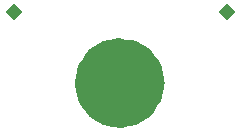
<source format=gbr>
%TF.GenerationSoftware,KiCad,Pcbnew,7.0.6*%
%TF.CreationDate,2023-09-26T13:20:30-07:00*%
%TF.ProjectId,snes_trigger_membranes,736e6573-5f74-4726-9967-6765725f6d65,rev?*%
%TF.SameCoordinates,Original*%
%TF.FileFunction,Soldermask,Top*%
%TF.FilePolarity,Negative*%
%FSLAX46Y46*%
G04 Gerber Fmt 4.6, Leading zero omitted, Abs format (unit mm)*
G04 Created by KiCad (PCBNEW 7.0.6) date 2023-09-26 13:20:30*
%MOMM*%
%LPD*%
G01*
G04 APERTURE LIST*
G04 Aperture macros list*
%AMRotRect*
0 Rectangle, with rotation*
0 The origin of the aperture is its center*
0 $1 length*
0 $2 width*
0 $3 Rotation angle, in degrees counterclockwise*
0 Add horizontal line*
21,1,$1,$2,0,0,$3*%
G04 Aperture macros list end*
%ADD10C,3.800000*%
%ADD11RotRect,1.000000X1.000000X45.000000*%
%ADD12RotRect,1.000000X1.000000X315.000000*%
G04 APERTURE END LIST*
%TO.C,SW1*%
D10*
X64638822Y-24644932D02*
G75*
G03*
X64638822Y-24644932I-1900000J0D01*
G01*
%TD*%
D11*
%TO.C,J1*%
X53797200Y-18592800D03*
%TD*%
D12*
%TO.C,J2*%
X71831200Y-18643600D03*
%TD*%
M02*

</source>
